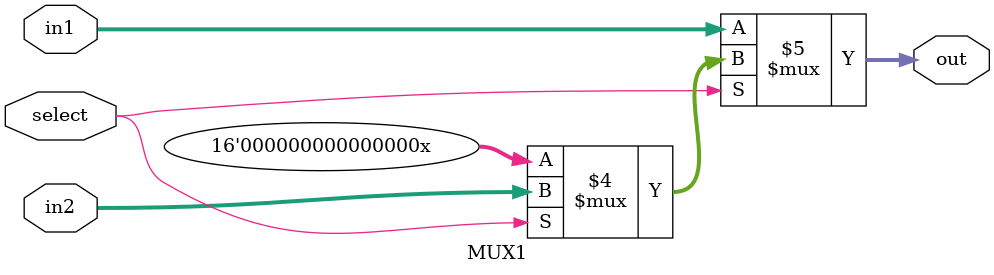
<source format=v>
`timescale 1ns / 1ps
module MUX1(
    input select,
    input [BITS-1:0] in1,
    input [BITS-1:0] in2,
    output [BITS-1:0] out
    );
	 
	 parameter BITS = 16;
	 
	 assign out = (select == 0) ? in1 : // select input 1
					  (select == 1) ? in2 : 1'bx; // who knows!
endmodule

</source>
